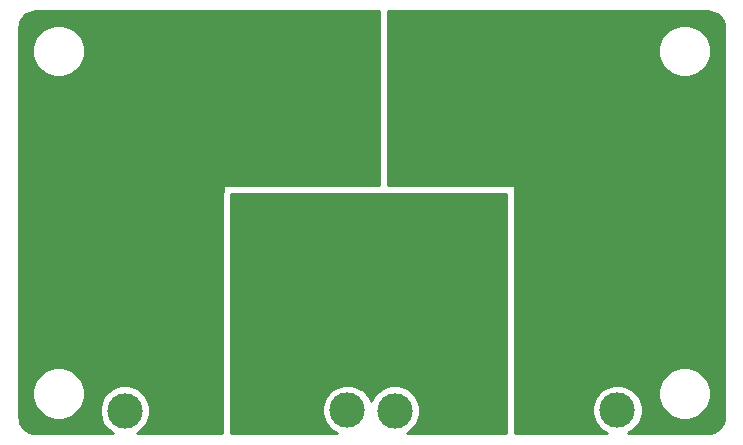
<source format=gtl>
G04 #@! TF.GenerationSoftware,KiCad,Pcbnew,5.1.6-c6e7f7d~87~ubuntu18.04.1*
G04 #@! TF.CreationDate,2020-09-18T13:49:57+09:00*
G04 #@! TF.ProjectId,drone_battery_series_circuit,64726f6e-655f-4626-9174-746572795f73,rev?*
G04 #@! TF.SameCoordinates,PX12d5c70PY13c9eb0*
G04 #@! TF.FileFunction,Copper,L1,Top*
G04 #@! TF.FilePolarity,Positive*
%FSLAX46Y46*%
G04 Gerber Fmt 4.6, Leading zero omitted, Abs format (unit mm)*
G04 Created by KiCad (PCBNEW 5.1.6-c6e7f7d~87~ubuntu18.04.1) date 2020-09-18 13:49:57*
%MOMM*%
%LPD*%
G01*
G04 APERTURE LIST*
G04 #@! TA.AperFunction,ComponentPad*
%ADD10C,13.000000*%
G04 #@! TD*
G04 #@! TA.AperFunction,ComponentPad*
%ADD11C,3.000000*%
G04 #@! TD*
G04 #@! TA.AperFunction,ComponentPad*
%ADD12C,5.000000*%
G04 #@! TD*
G04 #@! TA.AperFunction,Conductor*
%ADD13C,0.254000*%
G04 #@! TD*
G04 APERTURE END LIST*
D10*
X48250000Y-8250000D03*
X14250000Y-8250000D03*
D11*
X32700000Y-34700000D03*
X51550000Y-34650000D03*
D12*
X47550000Y-25250000D03*
X36650000Y-25250000D03*
D11*
X9850000Y-34700000D03*
X28700000Y-34650000D03*
D12*
X24700000Y-25250000D03*
X13800000Y-25250000D03*
D13*
G36*
X42123000Y-36590000D02*
G01*
X33714313Y-36590000D01*
X34060983Y-36358363D01*
X34358363Y-36060983D01*
X34592012Y-35711302D01*
X34752953Y-35322756D01*
X34835000Y-34910279D01*
X34835000Y-34489721D01*
X34752953Y-34077244D01*
X34592012Y-33688698D01*
X34358363Y-33339017D01*
X34060983Y-33041637D01*
X33711302Y-32807988D01*
X33322756Y-32647047D01*
X32910279Y-32565000D01*
X32489721Y-32565000D01*
X32077244Y-32647047D01*
X31688698Y-32807988D01*
X31339017Y-33041637D01*
X31041637Y-33339017D01*
X30807988Y-33688698D01*
X30710355Y-33924404D01*
X30592012Y-33638698D01*
X30358363Y-33289017D01*
X30060983Y-32991637D01*
X29711302Y-32757988D01*
X29322756Y-32597047D01*
X28910279Y-32515000D01*
X28489721Y-32515000D01*
X28077244Y-32597047D01*
X27688698Y-32757988D01*
X27339017Y-32991637D01*
X27041637Y-33289017D01*
X26807988Y-33638698D01*
X26647047Y-34027244D01*
X26565000Y-34439721D01*
X26565000Y-34860279D01*
X26647047Y-35272756D01*
X26807988Y-35661302D01*
X27041637Y-36010983D01*
X27339017Y-36308363D01*
X27688698Y-36542012D01*
X27804551Y-36590000D01*
X18877000Y-36590000D01*
X18877000Y-16377000D01*
X42123000Y-16377000D01*
X42123000Y-36590000D01*
G37*
X42123000Y-36590000D02*
X33714313Y-36590000D01*
X34060983Y-36358363D01*
X34358363Y-36060983D01*
X34592012Y-35711302D01*
X34752953Y-35322756D01*
X34835000Y-34910279D01*
X34835000Y-34489721D01*
X34752953Y-34077244D01*
X34592012Y-33688698D01*
X34358363Y-33339017D01*
X34060983Y-33041637D01*
X33711302Y-32807988D01*
X33322756Y-32647047D01*
X32910279Y-32565000D01*
X32489721Y-32565000D01*
X32077244Y-32647047D01*
X31688698Y-32807988D01*
X31339017Y-33041637D01*
X31041637Y-33339017D01*
X30807988Y-33688698D01*
X30710355Y-33924404D01*
X30592012Y-33638698D01*
X30358363Y-33289017D01*
X30060983Y-32991637D01*
X29711302Y-32757988D01*
X29322756Y-32597047D01*
X28910279Y-32515000D01*
X28489721Y-32515000D01*
X28077244Y-32597047D01*
X27688698Y-32757988D01*
X27339017Y-32991637D01*
X27041637Y-33289017D01*
X26807988Y-33638698D01*
X26647047Y-34027244D01*
X26565000Y-34439721D01*
X26565000Y-34860279D01*
X26647047Y-35272756D01*
X26807988Y-35661302D01*
X27041637Y-36010983D01*
X27339017Y-36308363D01*
X27688698Y-36542012D01*
X27804551Y-36590000D01*
X18877000Y-36590000D01*
X18877000Y-16377000D01*
X42123000Y-16377000D01*
X42123000Y-36590000D01*
G36*
X59509659Y-938625D02*
G01*
X59759429Y-1014035D01*
X59989792Y-1136522D01*
X60191980Y-1301422D01*
X60358286Y-1502450D01*
X60482378Y-1731954D01*
X60559531Y-1981195D01*
X60590001Y-2271098D01*
X60590000Y-35217721D01*
X60561375Y-35509660D01*
X60485965Y-35759429D01*
X60363477Y-35989794D01*
X60198579Y-36191979D01*
X59997546Y-36358288D01*
X59768046Y-36482378D01*
X59518805Y-36559531D01*
X59228911Y-36590000D01*
X52445449Y-36590000D01*
X52561302Y-36542012D01*
X52910983Y-36308363D01*
X53208363Y-36010983D01*
X53442012Y-35661302D01*
X53602953Y-35272756D01*
X53685000Y-34860279D01*
X53685000Y-34439721D01*
X53602953Y-34027244D01*
X53442012Y-33638698D01*
X53208363Y-33289017D01*
X52949218Y-33029872D01*
X55015000Y-33029872D01*
X55015000Y-33470128D01*
X55100890Y-33901925D01*
X55269369Y-34308669D01*
X55513962Y-34674729D01*
X55825271Y-34986038D01*
X56191331Y-35230631D01*
X56598075Y-35399110D01*
X57029872Y-35485000D01*
X57470128Y-35485000D01*
X57901925Y-35399110D01*
X58308669Y-35230631D01*
X58674729Y-34986038D01*
X58986038Y-34674729D01*
X59230631Y-34308669D01*
X59399110Y-33901925D01*
X59485000Y-33470128D01*
X59485000Y-33029872D01*
X59399110Y-32598075D01*
X59230631Y-32191331D01*
X58986038Y-31825271D01*
X58674729Y-31513962D01*
X58308669Y-31269369D01*
X57901925Y-31100890D01*
X57470128Y-31015000D01*
X57029872Y-31015000D01*
X56598075Y-31100890D01*
X56191331Y-31269369D01*
X55825271Y-31513962D01*
X55513962Y-31825271D01*
X55269369Y-32191331D01*
X55100890Y-32598075D01*
X55015000Y-33029872D01*
X52949218Y-33029872D01*
X52910983Y-32991637D01*
X52561302Y-32757988D01*
X52172756Y-32597047D01*
X51760279Y-32515000D01*
X51339721Y-32515000D01*
X50927244Y-32597047D01*
X50538698Y-32757988D01*
X50189017Y-32991637D01*
X49891637Y-33289017D01*
X49657988Y-33638698D01*
X49497047Y-34027244D01*
X49415000Y-34439721D01*
X49415000Y-34860279D01*
X49497047Y-35272756D01*
X49657988Y-35661302D01*
X49891637Y-36010983D01*
X50189017Y-36308363D01*
X50538698Y-36542012D01*
X50654551Y-36590000D01*
X42885000Y-36590000D01*
X42885000Y-16250000D01*
X42877000Y-16168773D01*
X42877000Y-15750000D01*
X42874560Y-15725224D01*
X42867333Y-15701399D01*
X42855597Y-15679443D01*
X42839803Y-15660197D01*
X42820557Y-15644403D01*
X42798601Y-15632667D01*
X42774776Y-15625440D01*
X42750000Y-15623000D01*
X42331227Y-15623000D01*
X42250000Y-15615000D01*
X32135000Y-15615000D01*
X32135000Y-4029872D01*
X55015000Y-4029872D01*
X55015000Y-4470128D01*
X55100890Y-4901925D01*
X55269369Y-5308669D01*
X55513962Y-5674729D01*
X55825271Y-5986038D01*
X56191331Y-6230631D01*
X56598075Y-6399110D01*
X57029872Y-6485000D01*
X57470128Y-6485000D01*
X57901925Y-6399110D01*
X58308669Y-6230631D01*
X58674729Y-5986038D01*
X58986038Y-5674729D01*
X59230631Y-5308669D01*
X59399110Y-4901925D01*
X59485000Y-4470128D01*
X59485000Y-4029872D01*
X59399110Y-3598075D01*
X59230631Y-3191331D01*
X58986038Y-2825271D01*
X58674729Y-2513962D01*
X58308669Y-2269369D01*
X57901925Y-2100890D01*
X57470128Y-2015000D01*
X57029872Y-2015000D01*
X56598075Y-2100890D01*
X56191331Y-2269369D01*
X55825271Y-2513962D01*
X55513962Y-2825271D01*
X55269369Y-3191331D01*
X55100890Y-3598075D01*
X55015000Y-4029872D01*
X32135000Y-4029872D01*
X32135000Y-910000D01*
X59217721Y-910000D01*
X59509659Y-938625D01*
G37*
X59509659Y-938625D02*
X59759429Y-1014035D01*
X59989792Y-1136522D01*
X60191980Y-1301422D01*
X60358286Y-1502450D01*
X60482378Y-1731954D01*
X60559531Y-1981195D01*
X60590001Y-2271098D01*
X60590000Y-35217721D01*
X60561375Y-35509660D01*
X60485965Y-35759429D01*
X60363477Y-35989794D01*
X60198579Y-36191979D01*
X59997546Y-36358288D01*
X59768046Y-36482378D01*
X59518805Y-36559531D01*
X59228911Y-36590000D01*
X52445449Y-36590000D01*
X52561302Y-36542012D01*
X52910983Y-36308363D01*
X53208363Y-36010983D01*
X53442012Y-35661302D01*
X53602953Y-35272756D01*
X53685000Y-34860279D01*
X53685000Y-34439721D01*
X53602953Y-34027244D01*
X53442012Y-33638698D01*
X53208363Y-33289017D01*
X52949218Y-33029872D01*
X55015000Y-33029872D01*
X55015000Y-33470128D01*
X55100890Y-33901925D01*
X55269369Y-34308669D01*
X55513962Y-34674729D01*
X55825271Y-34986038D01*
X56191331Y-35230631D01*
X56598075Y-35399110D01*
X57029872Y-35485000D01*
X57470128Y-35485000D01*
X57901925Y-35399110D01*
X58308669Y-35230631D01*
X58674729Y-34986038D01*
X58986038Y-34674729D01*
X59230631Y-34308669D01*
X59399110Y-33901925D01*
X59485000Y-33470128D01*
X59485000Y-33029872D01*
X59399110Y-32598075D01*
X59230631Y-32191331D01*
X58986038Y-31825271D01*
X58674729Y-31513962D01*
X58308669Y-31269369D01*
X57901925Y-31100890D01*
X57470128Y-31015000D01*
X57029872Y-31015000D01*
X56598075Y-31100890D01*
X56191331Y-31269369D01*
X55825271Y-31513962D01*
X55513962Y-31825271D01*
X55269369Y-32191331D01*
X55100890Y-32598075D01*
X55015000Y-33029872D01*
X52949218Y-33029872D01*
X52910983Y-32991637D01*
X52561302Y-32757988D01*
X52172756Y-32597047D01*
X51760279Y-32515000D01*
X51339721Y-32515000D01*
X50927244Y-32597047D01*
X50538698Y-32757988D01*
X50189017Y-32991637D01*
X49891637Y-33289017D01*
X49657988Y-33638698D01*
X49497047Y-34027244D01*
X49415000Y-34439721D01*
X49415000Y-34860279D01*
X49497047Y-35272756D01*
X49657988Y-35661302D01*
X49891637Y-36010983D01*
X50189017Y-36308363D01*
X50538698Y-36542012D01*
X50654551Y-36590000D01*
X42885000Y-36590000D01*
X42885000Y-16250000D01*
X42877000Y-16168773D01*
X42877000Y-15750000D01*
X42874560Y-15725224D01*
X42867333Y-15701399D01*
X42855597Y-15679443D01*
X42839803Y-15660197D01*
X42820557Y-15644403D01*
X42798601Y-15632667D01*
X42774776Y-15625440D01*
X42750000Y-15623000D01*
X42331227Y-15623000D01*
X42250000Y-15615000D01*
X32135000Y-15615000D01*
X32135000Y-4029872D01*
X55015000Y-4029872D01*
X55015000Y-4470128D01*
X55100890Y-4901925D01*
X55269369Y-5308669D01*
X55513962Y-5674729D01*
X55825271Y-5986038D01*
X56191331Y-6230631D01*
X56598075Y-6399110D01*
X57029872Y-6485000D01*
X57470128Y-6485000D01*
X57901925Y-6399110D01*
X58308669Y-6230631D01*
X58674729Y-5986038D01*
X58986038Y-5674729D01*
X59230631Y-5308669D01*
X59399110Y-4901925D01*
X59485000Y-4470128D01*
X59485000Y-4029872D01*
X59399110Y-3598075D01*
X59230631Y-3191331D01*
X58986038Y-2825271D01*
X58674729Y-2513962D01*
X58308669Y-2269369D01*
X57901925Y-2100890D01*
X57470128Y-2015000D01*
X57029872Y-2015000D01*
X56598075Y-2100890D01*
X56191331Y-2269369D01*
X55825271Y-2513962D01*
X55513962Y-2825271D01*
X55269369Y-3191331D01*
X55100890Y-3598075D01*
X55015000Y-4029872D01*
X32135000Y-4029872D01*
X32135000Y-910000D01*
X59217721Y-910000D01*
X59509659Y-938625D01*
G36*
X31373000Y-15615000D02*
G01*
X18750000Y-15615000D01*
X18668773Y-15623000D01*
X18250000Y-15623000D01*
X18225224Y-15625440D01*
X18201399Y-15632667D01*
X18179443Y-15644403D01*
X18160197Y-15660197D01*
X18144403Y-15679443D01*
X18132667Y-15701399D01*
X18125440Y-15725224D01*
X18123000Y-15750000D01*
X18123000Y-16168773D01*
X18115000Y-16250000D01*
X18115000Y-36590000D01*
X10864313Y-36590000D01*
X11210983Y-36358363D01*
X11508363Y-36060983D01*
X11742012Y-35711302D01*
X11902953Y-35322756D01*
X11985000Y-34910279D01*
X11985000Y-34489721D01*
X11902953Y-34077244D01*
X11742012Y-33688698D01*
X11508363Y-33339017D01*
X11210983Y-33041637D01*
X10861302Y-32807988D01*
X10472756Y-32647047D01*
X10060279Y-32565000D01*
X9639721Y-32565000D01*
X9227244Y-32647047D01*
X8838698Y-32807988D01*
X8489017Y-33041637D01*
X8191637Y-33339017D01*
X7957988Y-33688698D01*
X7797047Y-34077244D01*
X7715000Y-34489721D01*
X7715000Y-34910279D01*
X7797047Y-35322756D01*
X7957988Y-35711302D01*
X8191637Y-36060983D01*
X8489017Y-36358363D01*
X8835687Y-36590000D01*
X2282279Y-36590000D01*
X1990340Y-36561375D01*
X1740571Y-36485965D01*
X1510206Y-36363477D01*
X1308021Y-36198579D01*
X1141712Y-35997546D01*
X1017622Y-35768046D01*
X940469Y-35518805D01*
X910000Y-35228911D01*
X910000Y-33029872D01*
X2015000Y-33029872D01*
X2015000Y-33470128D01*
X2100890Y-33901925D01*
X2269369Y-34308669D01*
X2513962Y-34674729D01*
X2825271Y-34986038D01*
X3191331Y-35230631D01*
X3598075Y-35399110D01*
X4029872Y-35485000D01*
X4470128Y-35485000D01*
X4901925Y-35399110D01*
X5308669Y-35230631D01*
X5674729Y-34986038D01*
X5986038Y-34674729D01*
X6230631Y-34308669D01*
X6399110Y-33901925D01*
X6485000Y-33470128D01*
X6485000Y-33029872D01*
X6399110Y-32598075D01*
X6230631Y-32191331D01*
X5986038Y-31825271D01*
X5674729Y-31513962D01*
X5308669Y-31269369D01*
X4901925Y-31100890D01*
X4470128Y-31015000D01*
X4029872Y-31015000D01*
X3598075Y-31100890D01*
X3191331Y-31269369D01*
X2825271Y-31513962D01*
X2513962Y-31825271D01*
X2269369Y-32191331D01*
X2100890Y-32598075D01*
X2015000Y-33029872D01*
X910000Y-33029872D01*
X910000Y-4029872D01*
X2015000Y-4029872D01*
X2015000Y-4470128D01*
X2100890Y-4901925D01*
X2269369Y-5308669D01*
X2513962Y-5674729D01*
X2825271Y-5986038D01*
X3191331Y-6230631D01*
X3598075Y-6399110D01*
X4029872Y-6485000D01*
X4470128Y-6485000D01*
X4901925Y-6399110D01*
X5308669Y-6230631D01*
X5674729Y-5986038D01*
X5986038Y-5674729D01*
X6230631Y-5308669D01*
X6399110Y-4901925D01*
X6485000Y-4470128D01*
X6485000Y-4029872D01*
X6399110Y-3598075D01*
X6230631Y-3191331D01*
X5986038Y-2825271D01*
X5674729Y-2513962D01*
X5308669Y-2269369D01*
X4901925Y-2100890D01*
X4470128Y-2015000D01*
X4029872Y-2015000D01*
X3598075Y-2100890D01*
X3191331Y-2269369D01*
X2825271Y-2513962D01*
X2513962Y-2825271D01*
X2269369Y-3191331D01*
X2100890Y-3598075D01*
X2015000Y-4029872D01*
X910000Y-4029872D01*
X910000Y-2282279D01*
X938625Y-1990341D01*
X1014035Y-1740571D01*
X1136522Y-1510208D01*
X1301422Y-1308020D01*
X1502450Y-1141714D01*
X1731954Y-1017622D01*
X1981195Y-940469D01*
X2271088Y-910000D01*
X31373000Y-910000D01*
X31373000Y-15615000D01*
G37*
X31373000Y-15615000D02*
X18750000Y-15615000D01*
X18668773Y-15623000D01*
X18250000Y-15623000D01*
X18225224Y-15625440D01*
X18201399Y-15632667D01*
X18179443Y-15644403D01*
X18160197Y-15660197D01*
X18144403Y-15679443D01*
X18132667Y-15701399D01*
X18125440Y-15725224D01*
X18123000Y-15750000D01*
X18123000Y-16168773D01*
X18115000Y-16250000D01*
X18115000Y-36590000D01*
X10864313Y-36590000D01*
X11210983Y-36358363D01*
X11508363Y-36060983D01*
X11742012Y-35711302D01*
X11902953Y-35322756D01*
X11985000Y-34910279D01*
X11985000Y-34489721D01*
X11902953Y-34077244D01*
X11742012Y-33688698D01*
X11508363Y-33339017D01*
X11210983Y-33041637D01*
X10861302Y-32807988D01*
X10472756Y-32647047D01*
X10060279Y-32565000D01*
X9639721Y-32565000D01*
X9227244Y-32647047D01*
X8838698Y-32807988D01*
X8489017Y-33041637D01*
X8191637Y-33339017D01*
X7957988Y-33688698D01*
X7797047Y-34077244D01*
X7715000Y-34489721D01*
X7715000Y-34910279D01*
X7797047Y-35322756D01*
X7957988Y-35711302D01*
X8191637Y-36060983D01*
X8489017Y-36358363D01*
X8835687Y-36590000D01*
X2282279Y-36590000D01*
X1990340Y-36561375D01*
X1740571Y-36485965D01*
X1510206Y-36363477D01*
X1308021Y-36198579D01*
X1141712Y-35997546D01*
X1017622Y-35768046D01*
X940469Y-35518805D01*
X910000Y-35228911D01*
X910000Y-33029872D01*
X2015000Y-33029872D01*
X2015000Y-33470128D01*
X2100890Y-33901925D01*
X2269369Y-34308669D01*
X2513962Y-34674729D01*
X2825271Y-34986038D01*
X3191331Y-35230631D01*
X3598075Y-35399110D01*
X4029872Y-35485000D01*
X4470128Y-35485000D01*
X4901925Y-35399110D01*
X5308669Y-35230631D01*
X5674729Y-34986038D01*
X5986038Y-34674729D01*
X6230631Y-34308669D01*
X6399110Y-33901925D01*
X6485000Y-33470128D01*
X6485000Y-33029872D01*
X6399110Y-32598075D01*
X6230631Y-32191331D01*
X5986038Y-31825271D01*
X5674729Y-31513962D01*
X5308669Y-31269369D01*
X4901925Y-31100890D01*
X4470128Y-31015000D01*
X4029872Y-31015000D01*
X3598075Y-31100890D01*
X3191331Y-31269369D01*
X2825271Y-31513962D01*
X2513962Y-31825271D01*
X2269369Y-32191331D01*
X2100890Y-32598075D01*
X2015000Y-33029872D01*
X910000Y-33029872D01*
X910000Y-4029872D01*
X2015000Y-4029872D01*
X2015000Y-4470128D01*
X2100890Y-4901925D01*
X2269369Y-5308669D01*
X2513962Y-5674729D01*
X2825271Y-5986038D01*
X3191331Y-6230631D01*
X3598075Y-6399110D01*
X4029872Y-6485000D01*
X4470128Y-6485000D01*
X4901925Y-6399110D01*
X5308669Y-6230631D01*
X5674729Y-5986038D01*
X5986038Y-5674729D01*
X6230631Y-5308669D01*
X6399110Y-4901925D01*
X6485000Y-4470128D01*
X6485000Y-4029872D01*
X6399110Y-3598075D01*
X6230631Y-3191331D01*
X5986038Y-2825271D01*
X5674729Y-2513962D01*
X5308669Y-2269369D01*
X4901925Y-2100890D01*
X4470128Y-2015000D01*
X4029872Y-2015000D01*
X3598075Y-2100890D01*
X3191331Y-2269369D01*
X2825271Y-2513962D01*
X2513962Y-2825271D01*
X2269369Y-3191331D01*
X2100890Y-3598075D01*
X2015000Y-4029872D01*
X910000Y-4029872D01*
X910000Y-2282279D01*
X938625Y-1990341D01*
X1014035Y-1740571D01*
X1136522Y-1510208D01*
X1301422Y-1308020D01*
X1502450Y-1141714D01*
X1731954Y-1017622D01*
X1981195Y-940469D01*
X2271088Y-910000D01*
X31373000Y-910000D01*
X31373000Y-15615000D01*
M02*

</source>
